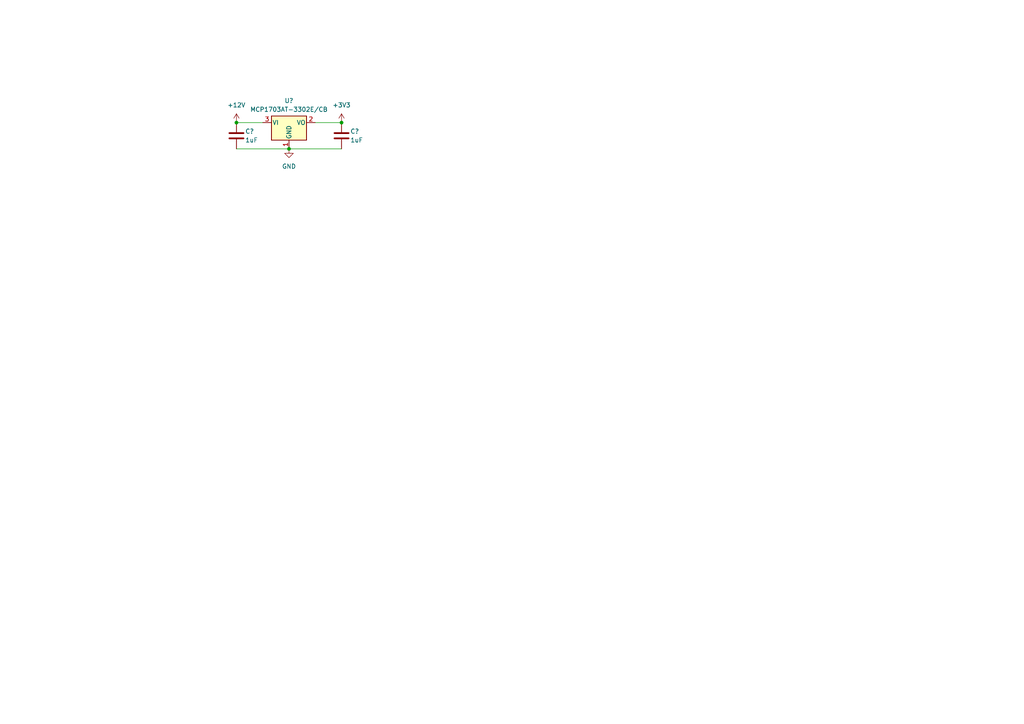
<source format=kicad_sch>
(kicad_sch (version 20250114) (generator "eeschema") (generator_version "9.0")
  (paper "A4")
  (lib_symbols
    (symbol "Device:C" (pin_numbers (hide yes)) (pin_names (offset 0.254))
      (property "Reference" "C" (at 0.635 2.54 0))
      (property "Value" "C" (at 0.635 -2.54 0))
      (symbol "C_0_1"
        (polyline (pts (xy -2.032 0.762) (xy 2.032 0.762)) (stroke (width 0.508)))
        (polyline (pts (xy -2.032 -0.762) (xy 2.032 -0.762)) (stroke (width 0.508)))
      )
      (symbol "C_1_1"
        (pin passive line (at 0 3.81 270) (length 2.794) (name "~") (number "1"))
        (pin passive line (at 0 -3.81 90) (length 2.794) (name "~") (number "2"))
      )
    )
    (symbol "Regulator_Linear:MCP1703Ax-500xxTT" (pin_names (offset 0.254))
      (property "Reference" "U" (at -3.81 3.175 0))
      (property "Value" "MCP1703Ax-500xxTT" (at 0 3.175 0))
      (symbol "MCP1703Ax-500xxTT_0_1"
        (rectangle (start -5.08 -5.08) (end 5.08 1.905) (stroke (width 0.254)) (fill (type background)))
      )
      (symbol "MCP1703Ax-500xxTT_1_1"
        (pin power_in line (at -7.62 0 0) (length 2.54) (name "VI") (number "3"))
        (pin power_in line (at 0 -7.62 90) (length 2.54) (name "GND") (number "1"))
        (pin power_out line (at 7.62 0 180) (length 2.54) (name "VO") (number "2"))
      )
    )
    (symbol "power:+12V" (power) (pin_numbers (hide yes)) (pin_names (offset 0) (hide yes))
      (property "Value" "+12V" (at 0 3.556 0))
      (symbol "+12V_0_1"
        (polyline (pts (xy -0.762 1.27) (xy 0 2.54)))
        (polyline (pts (xy 0 2.54) (xy 0.762 1.27)))
        (polyline (pts (xy 0 0) (xy 0 2.54)))
      )
      (symbol "+12V_1_1"
        (pin power_in line (at 0 0 90) (length 0) (name "~") (number "1"))
      )
    )
    (symbol "power:+3V3" (power) (pin_numbers (hide yes)) (pin_names (offset 0) (hide yes))
      (property "Value" "+3V3" (at 0 3.556 0))
      (symbol "+3V3_0_1"
        (polyline (pts (xy -0.762 1.27) (xy 0 2.54)))
        (polyline (pts (xy 0 2.54) (xy 0.762 1.27)))
        (polyline (pts (xy 0 0) (xy 0 2.54)))
      )
      (symbol "+3V3_1_1"
        (pin power_in line (at 0 0 90) (length 0) (name "~") (number "1"))
      )
    )
    (symbol "power:GND" (power) (pin_numbers (hide yes)) (pin_names (offset 0) (hide yes))
      (property "Value" "GND" (at 0 -3.81 0))
      (symbol "GND_0_1"
        (polyline (pts (xy 0 0) (xy 0 -1.27) (xy 1.27 -1.27) (xy 0 -2.54) (xy -1.27 -1.27) (xy 0 -1.27)))
      )
      (symbol "GND_1_1"
        (pin power_in line (at 0 0 270) (length 0) (name "~") (number "1"))
      )
    )
  )
  (junction (at 99.06 35.56))
  (junction (at 68.58 35.56))
  (junction (at 83.82 43.18))
  (wire (pts (xy 68.58 35.56) (xy 76.2 35.56)))
  (wire (pts (xy 68.58 43.18) (xy 83.82 43.18)))
  (wire (pts (xy 91.44 35.56) (xy 99.06 35.56)))
  (wire (pts (xy 83.82 43.18) (xy 99.06 43.18)))
  (symbol (lib_id "Device:C") (at 99.06 39.37 180) (unit 1)
    (property "Reference" "C?" (at 101.6 38.1 0) (effects (justify right)))
    (property "Value" "1uF" (at 101.6 40.64 0) (effects (justify right)))
    (property "Footprint" "Capacitor_SMD:C_0603_1608Metric_Pad1.08x0.95mm_HandSolder" (effects (hide yes)))
    (property "Datasheet" "https://mm.digikey.com/Volume0/opasdata/d220001/medias/docus/3644/CL10B105KA8NNNC_spec.pdf" (effects (hide yes)))
    (property "Description" "Unpolarized capacitor" (effects (hide yes)))
    (property "Digi PN" "1276-1184-1-ND" (effects (hide yes)))
    (property "MFG" "Samsung" (effects (hide yes)))
    (property "MFG PN" "CL10B105KA8NNNC" (effects (hide yes)))
  )
  (symbol (lib_id "Device:C") (at 68.58 39.37 180) (unit 1)
    (property "Reference" "C?" (at 71.12 38.1 0) (effects (justify right)))
    (property "Value" "1uF" (at 71.12 40.64 0) (effects (justify right)))
    (property "Footprint" "Capacitor_SMD:C_0603_1608Metric_Pad1.08x0.95mm_HandSolder" (effects (hide yes)))
    (property "Datasheet" "https://mm.digikey.com/Volume0/opasdata/d220001/medias/docus/3644/CL10B105KA8NNNC_spec.pdf" (effects (hide yes)))
    (property "Description" "Unpolarized capacitor" (effects (hide yes)))
    (property "Digi PN" "1276-1184-1-ND" (effects (hide yes)))
    (property "MFG" "Samsung" (effects (hide yes)))
    (property "MFG PN" "CL10B105KA8NNNC" (effects (hide yes)))
  )
  (symbol (lib_id "power:+12V") (at 68.58 35.56 0) (unit 1)
    (property "Reference" "#PWR04" (effects (hide yes)))
    (property "Value" "+12V" (at 68.58 30.48 0))
    (property "Description" "Power symbol creates a global label with name \"+12V\"" (effects (hide yes)))
  )
  (symbol (lib_id "Regulator_Linear:MCP1703Ax-500xxTT") (at 83.82 35.56 0) (unit 1)
    (property "Reference" "U?" (at 83.82 29.21 0))
    (property "Value" "MCP1703AT-3302E/CB" (at 83.82 31.75 0))
    (property "Footprint" "Package_TO_SOT_SMD:TSOT-23_HandSoldering" (effects (hide yes)))
    (property "Datasheet" "https://ww1.microchip.com/downloads/en/DeviceDoc/20005122B.pdf" (effects (hide yes)))
    (property "Description" "Low Quiescent Current LDO Regulator, 5.0V, 250mA, Vin<=16V, SOT-23" (effects (hide yes)))
    (property "Digi PN" "MCP1703AT-3302E/CBCT-ND" (effects (hide yes)))
    (property "MFG" "Microchip Technology" (effects (hide yes)))
    (property "MFG PN" "MCP1703AT-3302E/CB" (effects (hide yes)))
    (property "Digi URL" "https://www.digikey.com/en/products/detail/microchip-technology/MCP1703AT-3302E-CB/3131472" (effects (hide yes)))
  )
  (symbol (lib_id "power:+3V3") (at 99.06 35.56 0) (unit 1)
    (property "Reference" "#PWR06" (effects (hide yes)))
    (property "Value" "+3V3" (at 99.06 30.48 0))
    (property "Description" "Power symbol creates a global label with name \"+3V3\"" (effects (hide yes)))
  )
  (symbol (lib_id "power:GND") (at 83.82 43.18 0) (unit 1)
    (property "Reference" "#PWR05" (effects (hide yes)))
    (property "Value" "GND" (at 83.82 48.26 0))
    (property "Description" "Power symbol creates a global label with name \"GND\" , ground" (effects (hide yes)))
  )
)
</source>
